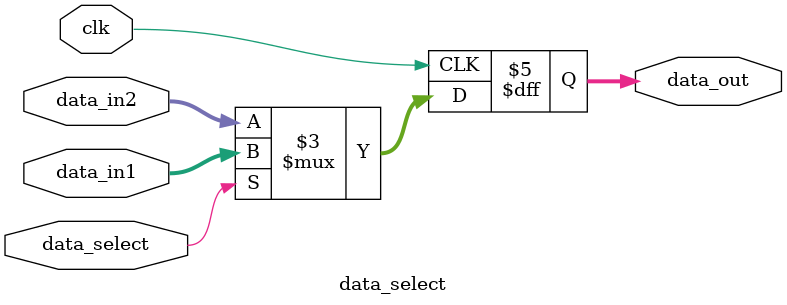
<source format=v>
`timescale 1ns / 1ps
module data_select(
			clk,data_in1,data_in2,data_out,data_select
    );
	 
	 input  clk ;
	 input  [15:0]data_in1,data_in2 ;
	 input  data_select ;
	 output [15:0]data_out ;
	 
	 
	 reg  [15:0]data_out ;
	 
	 always @ ( posedge clk )
		begin
			if ( data_select )
				begin
					data_out <= data_in1 ;
				end
			else
				begin
					data_out <= data_in2 ;
				end
		end


endmodule

</source>
